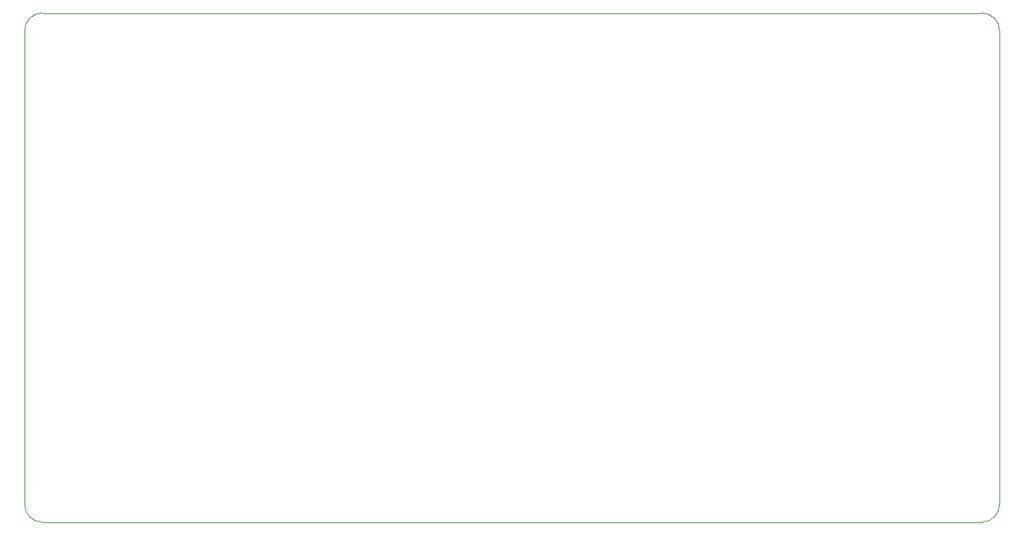
<source format=gbr>
%TF.GenerationSoftware,KiCad,Pcbnew,9.0.3*%
%TF.CreationDate,2025-10-07T23:40:21-05:00*%
%TF.ProjectId,MoistureSensor1,4d6f6973-7475-4726-9553-656e736f7231,1.0.0*%
%TF.SameCoordinates,Original*%
%TF.FileFunction,Profile,NP*%
%FSLAX46Y46*%
G04 Gerber Fmt 4.6, Leading zero omitted, Abs format (unit mm)*
G04 Created by KiCad (PCBNEW 9.0.3) date 2025-10-07 23:40:21*
%MOMM*%
%LPD*%
G01*
G04 APERTURE LIST*
%TA.AperFunction,Profile*%
%ADD10C,0.050000*%
%TD*%
G04 APERTURE END LIST*
D10*
X97000000Y-72000000D02*
G75*
G02*
X99000000Y-70000000I2000000J0D01*
G01*
X99000000Y-128000000D02*
X206000000Y-128000000D01*
X97000000Y-72000000D02*
X97000000Y-126000000D01*
X206000000Y-70000000D02*
G75*
G02*
X208000000Y-72000000I0J-2000000D01*
G01*
X99000000Y-128000000D02*
G75*
G02*
X97000000Y-126000000I0J2000000D01*
G01*
X206000000Y-70000000D02*
X99000000Y-70000000D01*
X208000000Y-126000000D02*
G75*
G02*
X206000000Y-128000000I-2000000J0D01*
G01*
X208000000Y-126000000D02*
X208000000Y-72000000D01*
M02*

</source>
